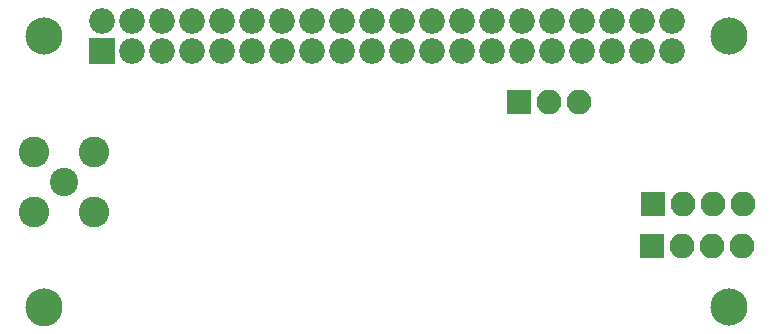
<source format=gbs>
G04 #@! TF.FileFunction,Soldermask,Bot*
%FSLAX46Y46*%
G04 Gerber Fmt 4.6, Leading zero omitted, Abs format (unit mm)*
G04 Created by KiCad (PCBNEW 4.0.6) date 2017 July 09, Sunday 12:05:49*
%MOMM*%
%LPD*%
G01*
G04 APERTURE LIST*
%ADD10C,0.100000*%
%ADD11C,3.100000*%
%ADD12R,2.100000X2.100000*%
%ADD13O,2.100000X2.100000*%
%ADD14C,2.600000*%
%ADD15C,2.400000*%
%ADD16R,2.178000X2.178000*%
%ADD17C,2.178000*%
%ADD18C,3.148280*%
G04 APERTURE END LIST*
D10*
D11*
X216959180Y-109237121D03*
X216959180Y-132239361D03*
X158950000Y-132250000D03*
X158950000Y-109250000D03*
D12*
X199136000Y-114808000D03*
D13*
X201676000Y-114808000D03*
X204216000Y-114808000D03*
D12*
X210420000Y-127000000D03*
D13*
X212960000Y-127000000D03*
X215500000Y-127000000D03*
X218040000Y-127000000D03*
D14*
X158060000Y-124190000D03*
X158060000Y-119110000D03*
X163140000Y-119110000D03*
X163140000Y-124190000D03*
D15*
X160600000Y-121650000D03*
D12*
X210500000Y-123500000D03*
D13*
X213040000Y-123500000D03*
X215580000Y-123500000D03*
X218120000Y-123500000D03*
D16*
X163830000Y-110507121D03*
D17*
X163830000Y-107967121D03*
X166370000Y-110507121D03*
X166370000Y-107967121D03*
X168910000Y-110507121D03*
X168910000Y-107967121D03*
X171450000Y-110507121D03*
X171450000Y-107967121D03*
X173990000Y-110507121D03*
X173990000Y-107967121D03*
X176530000Y-110507121D03*
X176530000Y-107967121D03*
X179070000Y-110507121D03*
X179070000Y-107967121D03*
X181610000Y-110507121D03*
X181610000Y-107967121D03*
X184150000Y-110507121D03*
X184150000Y-107967121D03*
X186690000Y-110507121D03*
X186690000Y-107967121D03*
X189230000Y-110507121D03*
X189230000Y-107967121D03*
X191770000Y-110507121D03*
X191770000Y-107967121D03*
X194310000Y-110507121D03*
X194310000Y-107967121D03*
X196850000Y-110507121D03*
X196850000Y-107967121D03*
X199390000Y-110507121D03*
X199390000Y-107967121D03*
X201930000Y-110507121D03*
X201930000Y-107967121D03*
X204470000Y-110507121D03*
X204470000Y-107967121D03*
X207010000Y-110507121D03*
X207010000Y-107967121D03*
X209550000Y-110507121D03*
X209550000Y-107967121D03*
X212090000Y-110507121D03*
X212090000Y-107967121D03*
D18*
X158958280Y-132239361D03*
X158958280Y-109237121D03*
X216959180Y-132239361D03*
X216959180Y-109237121D03*
M02*

</source>
